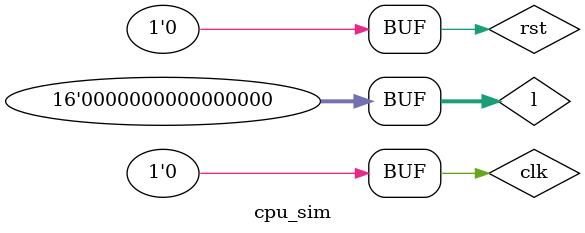
<source format=v>
`timescale 1ns / 1ps


module cpu_sim;

	// Inputs
	reg clk;
	reg rst;
	reg [15:0] l;

	// Outputs
	wire [15:0] light;
	wire [17:0] Ram1Addr;
	wire Ram1OE;
	wire Ram1WE;
	wire Ram1EN;

	// Bidirs
	wire [15:0] Ram1Data;

	// Instantiate the Unit Under Test (UUT)
	zzcpu uut (
		.clk(clk), 
		.rst(rst), 
		.light(light), 
		.l(l), 
		.Ram1Addr(Ram1Addr), 
		.Ram1Data(Ram1Data), 
		.Ram1OE(Ram1OE), 
		.Ram1WE(Ram1WE), 
		.Ram1EN(Ram1EN)
	);

	initial begin
		// Initialize Inputs
		clk = 0;
		rst = 0;
		l = 0;

		// Wait 100 ns for global reset to finish
		#100;
        
		// Add stimulus here

	end
      
endmodule


</source>
